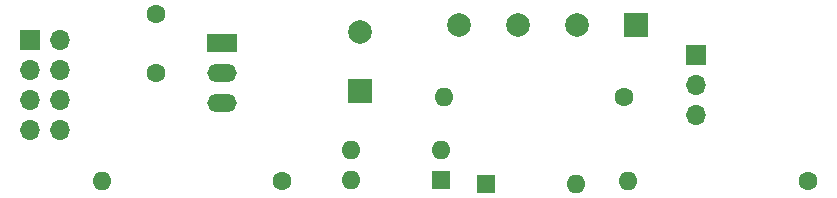
<source format=gbr>
%TF.GenerationSoftware,KiCad,Pcbnew,(5.1.10)-1*%
%TF.CreationDate,2021-06-05T01:35:01+02:00*%
%TF.ProjectId,smart-telefon,736d6172-742d-4746-956c-65666f6e2e6b,1.*%
%TF.SameCoordinates,Original*%
%TF.FileFunction,Soldermask,Top*%
%TF.FilePolarity,Negative*%
%FSLAX46Y46*%
G04 Gerber Fmt 4.6, Leading zero omitted, Abs format (unit mm)*
G04 Created by KiCad (PCBNEW (5.1.10)-1) date 2021-06-05 01:35:01*
%MOMM*%
%LPD*%
G01*
G04 APERTURE LIST*
%ADD10R,2.000000X2.000000*%
%ADD11C,2.000000*%
%ADD12C,1.600000*%
%ADD13R,1.600000X1.600000*%
%ADD14O,1.600000X1.600000*%
%ADD15R,1.700000X1.700000*%
%ADD16O,1.700000X1.700000*%
%ADD17R,2.500000X1.500000*%
%ADD18O,2.500000X1.500000*%
G04 APERTURE END LIST*
D10*
%TO.C,C1*%
X114300000Y-69596000D03*
D11*
X114300000Y-64596000D03*
%TD*%
D12*
%TO.C,C2*%
X97028000Y-68072000D03*
X97028000Y-63072000D03*
%TD*%
D11*
%TO.C,D1*%
X122668000Y-64008000D03*
X127668000Y-64008000D03*
X132668000Y-64008000D03*
D10*
X137668000Y-64008000D03*
%TD*%
D13*
%TO.C,D2*%
X124968000Y-77466000D03*
D14*
X132588000Y-77466000D03*
%TD*%
D15*
%TO.C,J1*%
X142748000Y-66548000D03*
D16*
X142748000Y-69088000D03*
X142748000Y-71628000D03*
%TD*%
D15*
%TO.C,J2*%
X86360000Y-65273000D03*
D16*
X88900000Y-65273000D03*
X86360000Y-67813000D03*
X88900000Y-67813000D03*
X86360000Y-70353000D03*
X88900000Y-70353000D03*
X86360000Y-72893000D03*
X88900000Y-72893000D03*
%TD*%
D12*
%TO.C,R1*%
X152248000Y-77216000D03*
D14*
X137008000Y-77216000D03*
%TD*%
%TO.C,R2*%
X121412000Y-70104000D03*
D12*
X136652000Y-70104000D03*
%TD*%
%TO.C,R3*%
X107696000Y-77216000D03*
D14*
X92456000Y-77216000D03*
%TD*%
D17*
%TO.C,U1*%
X102616000Y-65532000D03*
D18*
X102616000Y-68072000D03*
X102616000Y-70612000D03*
%TD*%
D13*
%TO.C,U2*%
X121179000Y-77166000D03*
D14*
X113559000Y-74626000D03*
X121179000Y-74626000D03*
X113559000Y-77166000D03*
%TD*%
M02*

</source>
